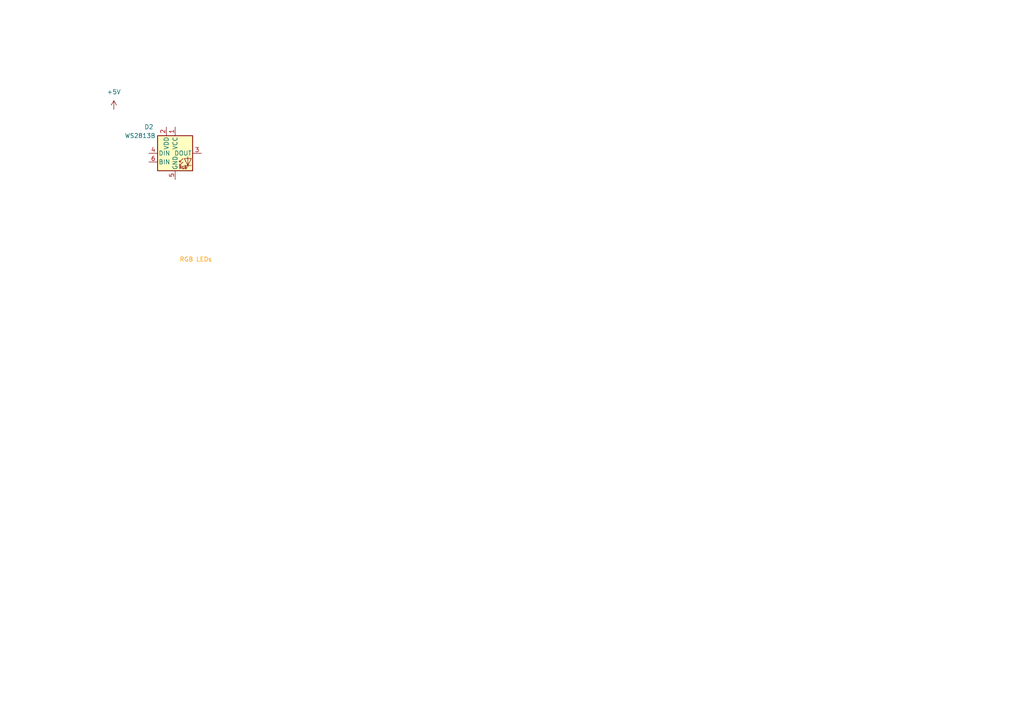
<source format=kicad_sch>
(kicad_sch (version 20230121) (generator eeschema)
  (paper "A4")
  (lib_symbols
    (symbol "LED:WS2813" (pin_names (offset 0.254))
      (property "Reference" "D" (at 5.08 5.715 0))
      (property "Value" "WS2813" (at 1.27 -5.715 0))
      (symbol "WS2813_0_0"
        (text "RGB" (at 2.286 -4.191 0) (effects (font (size 0.762 0.762))))
      )
      (symbol "WS2813_0_1"
        (polyline (pts (xy 1.27 -3.556) (xy 1.778 -3.556)))
        (polyline (pts (xy 1.27 -2.54) (xy 1.778 -2.54)))
        (polyline (pts (xy 4.699 -3.556) (xy 2.667 -3.556)))
        (polyline (pts (xy 2.286 -2.54) (xy 1.27 -3.556) (xy 1.27 -3.048)))
        (polyline (pts (xy 2.286 -1.524) (xy 1.27 -2.54) (xy 1.27 -2.032)))
        (polyline (pts (xy 3.683 -1.016) (xy 3.683 -3.556) (xy 3.683 -4.064)))
        (polyline (pts (xy 4.699 -1.524) (xy 2.667 -1.524) (xy 3.683 -3.556) (xy 4.699 -1.524)))
        (rectangle (start 5.08 5.08) (end -5.08 -5.08) (stroke (width 0.254)) (fill (type background)))
      )
      (symbol "WS2813_1_1"
        (pin power_in line (at 0 7.62 270) (length 2.54) (name "VCC") (number "1"))
        (pin power_in line (at -2.54 7.62 270) (length 2.54) (name "VDD") (number "2"))
        (pin output line (at 7.62 0 180) (length 2.54) (name "DOUT") (number "3"))
        (pin input line (at -7.62 0 0) (length 2.54) (name "DIN") (number "4"))
        (pin power_in line (at 0 -7.62 90) (length 2.54) (name "GND") (number "5"))
        (pin input line (at -7.62 -2.54 0) (length 2.54) (name "BIN") (number "6"))
      )
    )
    (symbol "power:+5V" (power) (pin_names (offset 0))
      (property "Value" "+5V" (at 0 3.556 0))
      (symbol "+5V_0_1"
        (polyline (pts (xy -0.762 1.27) (xy 0 2.54)))
        (polyline (pts (xy 0 0) (xy 0 2.54)))
        (polyline (pts (xy 0 2.54) (xy 0.762 1.27)))
      )
      (symbol "+5V_1_1"
        (pin power_in line (at 0 0 90) (length 0) hide (name "+5V") (number "1"))
      )
    )
  )
  (text "RGB LEDs" (at 52.07 76.2 0) (effects (font (size 1.27 1.27)) (justify left bottom)))
  (symbol (lib_id "power:+5V") (at 33.02 31.75 0) (unit 1)
    (property "Reference" "#PWR035" (effects hide))
    (property "Value" "+5V" (at 33.02 26.67 0))
    (instances (project "Universal Control Box" (path "" (reference "#PWR035") (unit 1)) (path "" (reference "#PWR034") (unit 1))))
  )
  (symbol (lib_id "LED:WS2813") (at 50.8 44.45 0) (unit 1)
    (property "Reference" "D2" (at 43.18 36.83 0))
    (property "Value" "WS2813B" (at 40.64 39.37 0))
    (property "Footprint" "Adam_Custom_Footprints:LED_WS2813B-MINI-V1" (effects hide))
    (property "Datasheet" "https://datasheet.lcsc.com/lcsc/2310251544_Worldsemi-WS2813B-MINI-V1_C2832664.pdf" (effects hide))
    (property "LCSC" "C2832664" (effects hide))
  )
)
</source>
